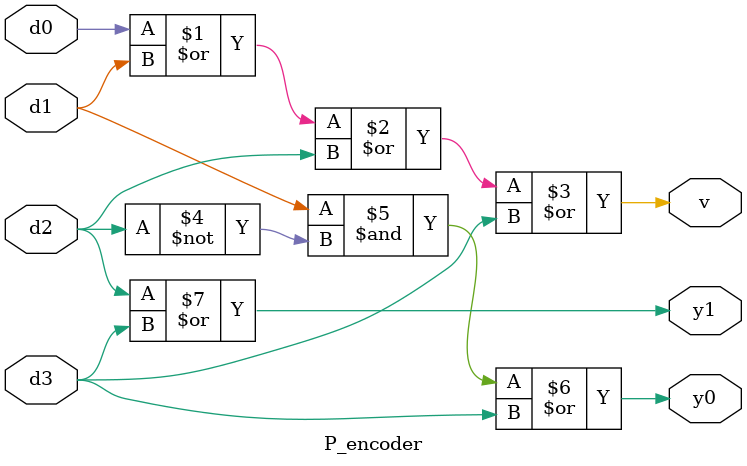
<source format=v>
`timescale 1ns / 1ps


module P_encoder(
    input d0, d1, d2, d3,
    output y0, y1, v
    );
 
assign v = d0 | d1 | d2 | d3 ;
assign y0 = (d1 & ~d2) | d3;
assign y1  = d2 | d3 ;
 
endmodule

</source>
